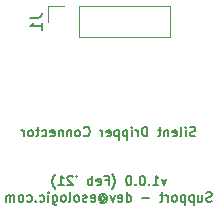
<source format=gbo>
G04 #@! TF.GenerationSoftware,KiCad,Pcbnew,5.1.9-73d0e3b20d~88~ubuntu18.04.1*
G04 #@! TF.CreationDate,2021-02-15T13:14:34-05:00*
G04 #@! TF.ProjectId,connector,636f6e6e-6563-4746-9f72-2e6b69636164,v1.0.0*
G04 #@! TF.SameCoordinates,Original*
G04 #@! TF.FileFunction,Legend,Bot*
G04 #@! TF.FilePolarity,Positive*
%FSLAX46Y46*%
G04 Gerber Fmt 4.6, Leading zero omitted, Abs format (unit mm)*
G04 Created by KiCad (PCBNEW 5.1.9-73d0e3b20d~88~ubuntu18.04.1) date 2021-02-15 13:14:34*
%MOMM*%
%LPD*%
G01*
G04 APERTURE LIST*
%ADD10C,0.200000*%
%ADD11C,0.120000*%
%ADD12C,0.150000*%
G04 APERTURE END LIST*
D10*
X107323933Y-99917209D02*
X107209647Y-99955304D01*
X107019171Y-99955304D01*
X106942980Y-99917209D01*
X106904885Y-99879114D01*
X106866790Y-99802923D01*
X106866790Y-99726733D01*
X106904885Y-99650542D01*
X106942980Y-99612447D01*
X107019171Y-99574352D01*
X107171552Y-99536257D01*
X107247742Y-99498161D01*
X107285838Y-99460066D01*
X107323933Y-99383876D01*
X107323933Y-99307685D01*
X107285838Y-99231495D01*
X107247742Y-99193400D01*
X107171552Y-99155304D01*
X106981076Y-99155304D01*
X106866790Y-99193400D01*
X106523933Y-99955304D02*
X106523933Y-99421971D01*
X106523933Y-99155304D02*
X106562028Y-99193400D01*
X106523933Y-99231495D01*
X106485838Y-99193400D01*
X106523933Y-99155304D01*
X106523933Y-99231495D01*
X106028695Y-99955304D02*
X106104885Y-99917209D01*
X106142980Y-99841019D01*
X106142980Y-99155304D01*
X105419171Y-99917209D02*
X105495361Y-99955304D01*
X105647742Y-99955304D01*
X105723933Y-99917209D01*
X105762028Y-99841019D01*
X105762028Y-99536257D01*
X105723933Y-99460066D01*
X105647742Y-99421971D01*
X105495361Y-99421971D01*
X105419171Y-99460066D01*
X105381076Y-99536257D01*
X105381076Y-99612447D01*
X105762028Y-99688638D01*
X105038219Y-99421971D02*
X105038219Y-99955304D01*
X105038219Y-99498161D02*
X105000123Y-99460066D01*
X104923933Y-99421971D01*
X104809647Y-99421971D01*
X104733457Y-99460066D01*
X104695361Y-99536257D01*
X104695361Y-99955304D01*
X104428695Y-99421971D02*
X104123933Y-99421971D01*
X104314409Y-99155304D02*
X104314409Y-99841019D01*
X104276314Y-99917209D01*
X104200123Y-99955304D01*
X104123933Y-99955304D01*
X103247742Y-99955304D02*
X103247742Y-99155304D01*
X103057266Y-99155304D01*
X102942980Y-99193400D01*
X102866790Y-99269590D01*
X102828695Y-99345780D01*
X102790600Y-99498161D01*
X102790600Y-99612447D01*
X102828695Y-99764828D01*
X102866790Y-99841019D01*
X102942980Y-99917209D01*
X103057266Y-99955304D01*
X103247742Y-99955304D01*
X102447742Y-99955304D02*
X102447742Y-99421971D01*
X102447742Y-99574352D02*
X102409647Y-99498161D01*
X102371552Y-99460066D01*
X102295361Y-99421971D01*
X102219171Y-99421971D01*
X101952504Y-99955304D02*
X101952504Y-99421971D01*
X101952504Y-99155304D02*
X101990600Y-99193400D01*
X101952504Y-99231495D01*
X101914409Y-99193400D01*
X101952504Y-99155304D01*
X101952504Y-99231495D01*
X101571552Y-99421971D02*
X101571552Y-100221971D01*
X101571552Y-99460066D02*
X101495361Y-99421971D01*
X101342980Y-99421971D01*
X101266790Y-99460066D01*
X101228695Y-99498161D01*
X101190600Y-99574352D01*
X101190600Y-99802923D01*
X101228695Y-99879114D01*
X101266790Y-99917209D01*
X101342980Y-99955304D01*
X101495361Y-99955304D01*
X101571552Y-99917209D01*
X100847742Y-99421971D02*
X100847742Y-100221971D01*
X100847742Y-99460066D02*
X100771552Y-99421971D01*
X100619171Y-99421971D01*
X100542980Y-99460066D01*
X100504885Y-99498161D01*
X100466790Y-99574352D01*
X100466790Y-99802923D01*
X100504885Y-99879114D01*
X100542980Y-99917209D01*
X100619171Y-99955304D01*
X100771552Y-99955304D01*
X100847742Y-99917209D01*
X99819171Y-99917209D02*
X99895361Y-99955304D01*
X100047742Y-99955304D01*
X100123933Y-99917209D01*
X100162028Y-99841019D01*
X100162028Y-99536257D01*
X100123933Y-99460066D01*
X100047742Y-99421971D01*
X99895361Y-99421971D01*
X99819171Y-99460066D01*
X99781076Y-99536257D01*
X99781076Y-99612447D01*
X100162028Y-99688638D01*
X99438219Y-99955304D02*
X99438219Y-99421971D01*
X99438219Y-99574352D02*
X99400123Y-99498161D01*
X99362028Y-99460066D01*
X99285838Y-99421971D01*
X99209647Y-99421971D01*
X97876314Y-99879114D02*
X97914409Y-99917209D01*
X98028695Y-99955304D01*
X98104885Y-99955304D01*
X98219171Y-99917209D01*
X98295361Y-99841019D01*
X98333457Y-99764828D01*
X98371552Y-99612447D01*
X98371552Y-99498161D01*
X98333457Y-99345780D01*
X98295361Y-99269590D01*
X98219171Y-99193400D01*
X98104885Y-99155304D01*
X98028695Y-99155304D01*
X97914409Y-99193400D01*
X97876314Y-99231495D01*
X97419171Y-99955304D02*
X97495361Y-99917209D01*
X97533457Y-99879114D01*
X97571552Y-99802923D01*
X97571552Y-99574352D01*
X97533457Y-99498161D01*
X97495361Y-99460066D01*
X97419171Y-99421971D01*
X97304885Y-99421971D01*
X97228695Y-99460066D01*
X97190600Y-99498161D01*
X97152504Y-99574352D01*
X97152504Y-99802923D01*
X97190600Y-99879114D01*
X97228695Y-99917209D01*
X97304885Y-99955304D01*
X97419171Y-99955304D01*
X96809647Y-99421971D02*
X96809647Y-99955304D01*
X96809647Y-99498161D02*
X96771552Y-99460066D01*
X96695361Y-99421971D01*
X96581076Y-99421971D01*
X96504885Y-99460066D01*
X96466790Y-99536257D01*
X96466790Y-99955304D01*
X96085838Y-99421971D02*
X96085838Y-99955304D01*
X96085838Y-99498161D02*
X96047742Y-99460066D01*
X95971552Y-99421971D01*
X95857266Y-99421971D01*
X95781076Y-99460066D01*
X95742980Y-99536257D01*
X95742980Y-99955304D01*
X95057266Y-99917209D02*
X95133457Y-99955304D01*
X95285838Y-99955304D01*
X95362028Y-99917209D01*
X95400123Y-99841019D01*
X95400123Y-99536257D01*
X95362028Y-99460066D01*
X95285838Y-99421971D01*
X95133457Y-99421971D01*
X95057266Y-99460066D01*
X95019171Y-99536257D01*
X95019171Y-99612447D01*
X95400123Y-99688638D01*
X94333457Y-99917209D02*
X94409647Y-99955304D01*
X94562028Y-99955304D01*
X94638219Y-99917209D01*
X94676314Y-99879114D01*
X94714409Y-99802923D01*
X94714409Y-99574352D01*
X94676314Y-99498161D01*
X94638219Y-99460066D01*
X94562028Y-99421971D01*
X94409647Y-99421971D01*
X94333457Y-99460066D01*
X94104885Y-99421971D02*
X93800123Y-99421971D01*
X93990600Y-99155304D02*
X93990600Y-99841019D01*
X93952504Y-99917209D01*
X93876314Y-99955304D01*
X93800123Y-99955304D01*
X93419171Y-99955304D02*
X93495361Y-99917209D01*
X93533457Y-99879114D01*
X93571552Y-99802923D01*
X93571552Y-99574352D01*
X93533457Y-99498161D01*
X93495361Y-99460066D01*
X93419171Y-99421971D01*
X93304885Y-99421971D01*
X93228695Y-99460066D01*
X93190600Y-99498161D01*
X93152504Y-99574352D01*
X93152504Y-99802923D01*
X93190600Y-99879114D01*
X93228695Y-99917209D01*
X93304885Y-99955304D01*
X93419171Y-99955304D01*
X92809647Y-99955304D02*
X92809647Y-99421971D01*
X92809647Y-99574352D02*
X92771552Y-99498161D01*
X92733457Y-99460066D01*
X92657266Y-99421971D01*
X92581076Y-99421971D01*
X104847742Y-103547971D02*
X104657266Y-104081304D01*
X104466790Y-103547971D01*
X103742980Y-104081304D02*
X104200123Y-104081304D01*
X103971552Y-104081304D02*
X103971552Y-103281304D01*
X104047742Y-103395590D01*
X104123933Y-103471780D01*
X104200123Y-103509876D01*
X103400123Y-104005114D02*
X103362028Y-104043209D01*
X103400123Y-104081304D01*
X103438219Y-104043209D01*
X103400123Y-104005114D01*
X103400123Y-104081304D01*
X102866790Y-103281304D02*
X102790600Y-103281304D01*
X102714409Y-103319400D01*
X102676314Y-103357495D01*
X102638219Y-103433685D01*
X102600123Y-103586066D01*
X102600123Y-103776542D01*
X102638219Y-103928923D01*
X102676314Y-104005114D01*
X102714409Y-104043209D01*
X102790600Y-104081304D01*
X102866790Y-104081304D01*
X102942980Y-104043209D01*
X102981076Y-104005114D01*
X103019171Y-103928923D01*
X103057266Y-103776542D01*
X103057266Y-103586066D01*
X103019171Y-103433685D01*
X102981076Y-103357495D01*
X102942980Y-103319400D01*
X102866790Y-103281304D01*
X102257266Y-104005114D02*
X102219171Y-104043209D01*
X102257266Y-104081304D01*
X102295361Y-104043209D01*
X102257266Y-104005114D01*
X102257266Y-104081304D01*
X101723933Y-103281304D02*
X101647742Y-103281304D01*
X101571552Y-103319400D01*
X101533457Y-103357495D01*
X101495361Y-103433685D01*
X101457266Y-103586066D01*
X101457266Y-103776542D01*
X101495361Y-103928923D01*
X101533457Y-104005114D01*
X101571552Y-104043209D01*
X101647742Y-104081304D01*
X101723933Y-104081304D01*
X101800123Y-104043209D01*
X101838219Y-104005114D01*
X101876314Y-103928923D01*
X101914409Y-103776542D01*
X101914409Y-103586066D01*
X101876314Y-103433685D01*
X101838219Y-103357495D01*
X101800123Y-103319400D01*
X101723933Y-103281304D01*
X100276314Y-104386066D02*
X100314409Y-104347971D01*
X100390600Y-104233685D01*
X100428695Y-104157495D01*
X100466790Y-104043209D01*
X100504885Y-103852733D01*
X100504885Y-103700352D01*
X100466790Y-103509876D01*
X100428695Y-103395590D01*
X100390600Y-103319400D01*
X100314409Y-103205114D01*
X100276314Y-103167019D01*
X99704885Y-103662257D02*
X99971552Y-103662257D01*
X99971552Y-104081304D02*
X99971552Y-103281304D01*
X99590600Y-103281304D01*
X98981076Y-104043209D02*
X99057266Y-104081304D01*
X99209647Y-104081304D01*
X99285838Y-104043209D01*
X99323933Y-103967019D01*
X99323933Y-103662257D01*
X99285838Y-103586066D01*
X99209647Y-103547971D01*
X99057266Y-103547971D01*
X98981076Y-103586066D01*
X98942980Y-103662257D01*
X98942980Y-103738447D01*
X99323933Y-103814638D01*
X98600123Y-104081304D02*
X98600123Y-103281304D01*
X98600123Y-103586066D02*
X98523933Y-103547971D01*
X98371552Y-103547971D01*
X98295361Y-103586066D01*
X98257266Y-103624161D01*
X98219171Y-103700352D01*
X98219171Y-103928923D01*
X98257266Y-104005114D01*
X98295361Y-104043209D01*
X98371552Y-104081304D01*
X98523933Y-104081304D01*
X98600123Y-104043209D01*
X97228695Y-103281304D02*
X97304885Y-103433685D01*
X96923933Y-103357495D02*
X96885838Y-103319400D01*
X96809647Y-103281304D01*
X96619171Y-103281304D01*
X96542980Y-103319400D01*
X96504885Y-103357495D01*
X96466790Y-103433685D01*
X96466790Y-103509876D01*
X96504885Y-103624161D01*
X96962028Y-104081304D01*
X96466790Y-104081304D01*
X95704885Y-104081304D02*
X96162028Y-104081304D01*
X95933457Y-104081304D02*
X95933457Y-103281304D01*
X96009647Y-103395590D01*
X96085838Y-103471780D01*
X96162028Y-103509876D01*
X95438219Y-104386066D02*
X95400123Y-104347971D01*
X95323933Y-104233685D01*
X95285838Y-104157495D01*
X95247742Y-104043209D01*
X95209647Y-103852733D01*
X95209647Y-103700352D01*
X95247742Y-103509876D01*
X95285838Y-103395590D01*
X95323933Y-103319400D01*
X95400123Y-103205114D01*
X95438219Y-103167019D01*
X108695361Y-105443209D02*
X108581076Y-105481304D01*
X108390600Y-105481304D01*
X108314409Y-105443209D01*
X108276314Y-105405114D01*
X108238219Y-105328923D01*
X108238219Y-105252733D01*
X108276314Y-105176542D01*
X108314409Y-105138447D01*
X108390600Y-105100352D01*
X108542980Y-105062257D01*
X108619171Y-105024161D01*
X108657266Y-104986066D01*
X108695361Y-104909876D01*
X108695361Y-104833685D01*
X108657266Y-104757495D01*
X108619171Y-104719400D01*
X108542980Y-104681304D01*
X108352504Y-104681304D01*
X108238219Y-104719400D01*
X107552504Y-104947971D02*
X107552504Y-105481304D01*
X107895361Y-104947971D02*
X107895361Y-105367019D01*
X107857266Y-105443209D01*
X107781076Y-105481304D01*
X107666790Y-105481304D01*
X107590600Y-105443209D01*
X107552504Y-105405114D01*
X107171552Y-104947971D02*
X107171552Y-105747971D01*
X107171552Y-104986066D02*
X107095361Y-104947971D01*
X106942980Y-104947971D01*
X106866790Y-104986066D01*
X106828695Y-105024161D01*
X106790600Y-105100352D01*
X106790600Y-105328923D01*
X106828695Y-105405114D01*
X106866790Y-105443209D01*
X106942980Y-105481304D01*
X107095361Y-105481304D01*
X107171552Y-105443209D01*
X106447742Y-104947971D02*
X106447742Y-105747971D01*
X106447742Y-104986066D02*
X106371552Y-104947971D01*
X106219171Y-104947971D01*
X106142980Y-104986066D01*
X106104885Y-105024161D01*
X106066790Y-105100352D01*
X106066790Y-105328923D01*
X106104885Y-105405114D01*
X106142980Y-105443209D01*
X106219171Y-105481304D01*
X106371552Y-105481304D01*
X106447742Y-105443209D01*
X105609647Y-105481304D02*
X105685838Y-105443209D01*
X105723933Y-105405114D01*
X105762028Y-105328923D01*
X105762028Y-105100352D01*
X105723933Y-105024161D01*
X105685838Y-104986066D01*
X105609647Y-104947971D01*
X105495361Y-104947971D01*
X105419171Y-104986066D01*
X105381076Y-105024161D01*
X105342980Y-105100352D01*
X105342980Y-105328923D01*
X105381076Y-105405114D01*
X105419171Y-105443209D01*
X105495361Y-105481304D01*
X105609647Y-105481304D01*
X105000123Y-105481304D02*
X105000123Y-104947971D01*
X105000123Y-105100352D02*
X104962028Y-105024161D01*
X104923933Y-104986066D01*
X104847742Y-104947971D01*
X104771552Y-104947971D01*
X104619171Y-104947971D02*
X104314409Y-104947971D01*
X104504885Y-104681304D02*
X104504885Y-105367019D01*
X104466790Y-105443209D01*
X104390600Y-105481304D01*
X104314409Y-105481304D01*
X103438219Y-105176542D02*
X102828695Y-105176542D01*
X101495361Y-105481304D02*
X101495361Y-104681304D01*
X101495361Y-105443209D02*
X101571552Y-105481304D01*
X101723933Y-105481304D01*
X101800123Y-105443209D01*
X101838219Y-105405114D01*
X101876314Y-105328923D01*
X101876314Y-105100352D01*
X101838219Y-105024161D01*
X101800123Y-104986066D01*
X101723933Y-104947971D01*
X101571552Y-104947971D01*
X101495361Y-104986066D01*
X100809647Y-105443209D02*
X100885838Y-105481304D01*
X101038219Y-105481304D01*
X101114409Y-105443209D01*
X101152504Y-105367019D01*
X101152504Y-105062257D01*
X101114409Y-104986066D01*
X101038219Y-104947971D01*
X100885838Y-104947971D01*
X100809647Y-104986066D01*
X100771552Y-105062257D01*
X100771552Y-105138447D01*
X101152504Y-105214638D01*
X100504885Y-104947971D02*
X100314409Y-105481304D01*
X100123933Y-104947971D01*
X99323933Y-105100352D02*
X99362028Y-105062257D01*
X99438219Y-105024161D01*
X99514409Y-105024161D01*
X99590600Y-105062257D01*
X99628695Y-105100352D01*
X99666790Y-105176542D01*
X99666790Y-105252733D01*
X99628695Y-105328923D01*
X99590600Y-105367019D01*
X99514409Y-105405114D01*
X99438219Y-105405114D01*
X99362028Y-105367019D01*
X99323933Y-105328923D01*
X99323933Y-105024161D02*
X99323933Y-105328923D01*
X99285838Y-105367019D01*
X99247742Y-105367019D01*
X99171552Y-105328923D01*
X99133457Y-105252733D01*
X99133457Y-105062257D01*
X99209647Y-104947971D01*
X99323933Y-104871780D01*
X99476314Y-104833685D01*
X99628695Y-104871780D01*
X99742980Y-104947971D01*
X99819171Y-105062257D01*
X99857266Y-105214638D01*
X99819171Y-105367019D01*
X99742980Y-105481304D01*
X99628695Y-105557495D01*
X99476314Y-105595590D01*
X99323933Y-105557495D01*
X99209647Y-105481304D01*
X98485838Y-105443209D02*
X98562028Y-105481304D01*
X98714409Y-105481304D01*
X98790600Y-105443209D01*
X98828695Y-105367019D01*
X98828695Y-105062257D01*
X98790600Y-104986066D01*
X98714409Y-104947971D01*
X98562028Y-104947971D01*
X98485838Y-104986066D01*
X98447742Y-105062257D01*
X98447742Y-105138447D01*
X98828695Y-105214638D01*
X98142980Y-105443209D02*
X98066790Y-105481304D01*
X97914409Y-105481304D01*
X97838219Y-105443209D01*
X97800123Y-105367019D01*
X97800123Y-105328923D01*
X97838219Y-105252733D01*
X97914409Y-105214638D01*
X98028695Y-105214638D01*
X98104885Y-105176542D01*
X98142980Y-105100352D01*
X98142980Y-105062257D01*
X98104885Y-104986066D01*
X98028695Y-104947971D01*
X97914409Y-104947971D01*
X97838219Y-104986066D01*
X97342980Y-105481304D02*
X97419171Y-105443209D01*
X97457266Y-105405114D01*
X97495361Y-105328923D01*
X97495361Y-105100352D01*
X97457266Y-105024161D01*
X97419171Y-104986066D01*
X97342980Y-104947971D01*
X97228695Y-104947971D01*
X97152504Y-104986066D01*
X97114409Y-105024161D01*
X97076314Y-105100352D01*
X97076314Y-105328923D01*
X97114409Y-105405114D01*
X97152504Y-105443209D01*
X97228695Y-105481304D01*
X97342980Y-105481304D01*
X96619171Y-105481304D02*
X96695361Y-105443209D01*
X96733457Y-105367019D01*
X96733457Y-104681304D01*
X96200123Y-105481304D02*
X96276314Y-105443209D01*
X96314409Y-105405114D01*
X96352504Y-105328923D01*
X96352504Y-105100352D01*
X96314409Y-105024161D01*
X96276314Y-104986066D01*
X96200123Y-104947971D01*
X96085838Y-104947971D01*
X96009647Y-104986066D01*
X95971552Y-105024161D01*
X95933457Y-105100352D01*
X95933457Y-105328923D01*
X95971552Y-105405114D01*
X96009647Y-105443209D01*
X96085838Y-105481304D01*
X96200123Y-105481304D01*
X95247742Y-104947971D02*
X95247742Y-105595590D01*
X95285838Y-105671780D01*
X95323933Y-105709876D01*
X95400123Y-105747971D01*
X95514409Y-105747971D01*
X95590600Y-105709876D01*
X95247742Y-105443209D02*
X95323933Y-105481304D01*
X95476314Y-105481304D01*
X95552504Y-105443209D01*
X95590600Y-105405114D01*
X95628695Y-105328923D01*
X95628695Y-105100352D01*
X95590600Y-105024161D01*
X95552504Y-104986066D01*
X95476314Y-104947971D01*
X95323933Y-104947971D01*
X95247742Y-104986066D01*
X94866790Y-105481304D02*
X94866790Y-104947971D01*
X94866790Y-104681304D02*
X94904885Y-104719400D01*
X94866790Y-104757495D01*
X94828695Y-104719400D01*
X94866790Y-104681304D01*
X94866790Y-104757495D01*
X94142980Y-105443209D02*
X94219171Y-105481304D01*
X94371552Y-105481304D01*
X94447742Y-105443209D01*
X94485838Y-105405114D01*
X94523933Y-105328923D01*
X94523933Y-105100352D01*
X94485838Y-105024161D01*
X94447742Y-104986066D01*
X94371552Y-104947971D01*
X94219171Y-104947971D01*
X94142980Y-104986066D01*
X93800123Y-105405114D02*
X93762028Y-105443209D01*
X93800123Y-105481304D01*
X93838219Y-105443209D01*
X93800123Y-105405114D01*
X93800123Y-105481304D01*
X93076314Y-105443209D02*
X93152504Y-105481304D01*
X93304885Y-105481304D01*
X93381076Y-105443209D01*
X93419171Y-105405114D01*
X93457266Y-105328923D01*
X93457266Y-105100352D01*
X93419171Y-105024161D01*
X93381076Y-104986066D01*
X93304885Y-104947971D01*
X93152504Y-104947971D01*
X93076314Y-104986066D01*
X92619171Y-105481304D02*
X92695361Y-105443209D01*
X92733457Y-105405114D01*
X92771552Y-105328923D01*
X92771552Y-105100352D01*
X92733457Y-105024161D01*
X92695361Y-104986066D01*
X92619171Y-104947971D01*
X92504885Y-104947971D01*
X92428695Y-104986066D01*
X92390600Y-105024161D01*
X92352504Y-105100352D01*
X92352504Y-105328923D01*
X92390600Y-105405114D01*
X92428695Y-105443209D01*
X92504885Y-105481304D01*
X92619171Y-105481304D01*
X92009647Y-105481304D02*
X92009647Y-104947971D01*
X92009647Y-105024161D02*
X91971552Y-104986066D01*
X91895361Y-104947971D01*
X91781076Y-104947971D01*
X91704885Y-104986066D01*
X91666790Y-105062257D01*
X91666790Y-105481304D01*
X91666790Y-105062257D02*
X91628695Y-104986066D01*
X91552504Y-104947971D01*
X91438219Y-104947971D01*
X91362028Y-104986066D01*
X91323933Y-105062257D01*
X91323933Y-105481304D01*
D11*
X105140600Y-88916200D02*
X105140600Y-91576200D01*
X97460600Y-88916200D02*
X105140600Y-88916200D01*
X97460600Y-91576200D02*
X105140600Y-91576200D01*
X97460600Y-88916200D02*
X97460600Y-91576200D01*
X96190600Y-88916200D02*
X94860600Y-88916200D01*
X94860600Y-88916200D02*
X94860600Y-90246200D01*
D12*
X93312980Y-89912866D02*
X94027266Y-89912866D01*
X94170123Y-89865247D01*
X94265361Y-89770009D01*
X94312980Y-89627152D01*
X94312980Y-89531914D01*
X94312980Y-90912866D02*
X94312980Y-90341438D01*
X94312980Y-90627152D02*
X93312980Y-90627152D01*
X93455838Y-90531914D01*
X93551076Y-90436676D01*
X93598695Y-90341438D01*
M02*

</source>
